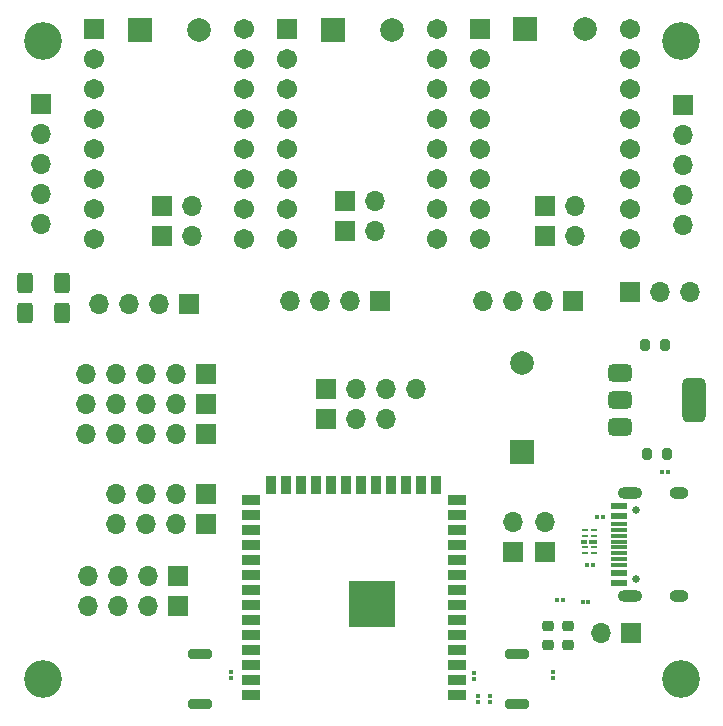
<source format=gbr>
%TF.GenerationSoftware,KiCad,Pcbnew,8.0.3*%
%TF.CreationDate,2024-09-17T15:24:25+02:00*%
%TF.ProjectId,PCB,5043422e-6b69-4636-9164-5f7063625858,rev?*%
%TF.SameCoordinates,Original*%
%TF.FileFunction,Soldermask,Top*%
%TF.FilePolarity,Negative*%
%FSLAX46Y46*%
G04 Gerber Fmt 4.6, Leading zero omitted, Abs format (unit mm)*
G04 Created by KiCad (PCBNEW 8.0.3) date 2024-09-17 15:24:25*
%MOMM*%
%LPD*%
G01*
G04 APERTURE LIST*
G04 Aperture macros list*
%AMRoundRect*
0 Rectangle with rounded corners*
0 $1 Rounding radius*
0 $2 $3 $4 $5 $6 $7 $8 $9 X,Y pos of 4 corners*
0 Add a 4 corners polygon primitive as box body*
4,1,4,$2,$3,$4,$5,$6,$7,$8,$9,$2,$3,0*
0 Add four circle primitives for the rounded corners*
1,1,$1+$1,$2,$3*
1,1,$1+$1,$4,$5*
1,1,$1+$1,$6,$7*
1,1,$1+$1,$8,$9*
0 Add four rect primitives between the rounded corners*
20,1,$1+$1,$2,$3,$4,$5,0*
20,1,$1+$1,$4,$5,$6,$7,0*
20,1,$1+$1,$6,$7,$8,$9,0*
20,1,$1+$1,$8,$9,$2,$3,0*%
G04 Aperture macros list end*
%ADD10R,2.000000X2.000000*%
%ADD11C,2.000000*%
%ADD12R,1.700000X1.700000*%
%ADD13O,1.700000X1.700000*%
%ADD14RoundRect,0.075000X-0.125000X-0.075000X0.125000X-0.075000X0.125000X0.075000X-0.125000X0.075000X0*%
%ADD15RoundRect,0.102000X-0.754000X-0.754000X0.754000X-0.754000X0.754000X0.754000X-0.754000X0.754000X0*%
%ADD16C,1.712000*%
%ADD17RoundRect,0.075000X0.125000X0.075000X-0.125000X0.075000X-0.125000X-0.075000X0.125000X-0.075000X0*%
%ADD18RoundRect,0.250000X-0.400000X-0.625000X0.400000X-0.625000X0.400000X0.625000X-0.400000X0.625000X0*%
%ADD19RoundRect,0.075000X-0.075000X0.125000X-0.075000X-0.125000X0.075000X-0.125000X0.075000X0.125000X0*%
%ADD20RoundRect,0.200000X0.200000X0.275000X-0.200000X0.275000X-0.200000X-0.275000X0.200000X-0.275000X0*%
%ADD21C,3.200000*%
%ADD22RoundRect,0.375000X-0.625000X-0.375000X0.625000X-0.375000X0.625000X0.375000X-0.625000X0.375000X0*%
%ADD23RoundRect,0.500000X-0.500000X-1.400000X0.500000X-1.400000X0.500000X1.400000X-0.500000X1.400000X0*%
%ADD24RoundRect,0.075000X0.075000X-0.125000X0.075000X0.125000X-0.075000X0.125000X-0.075000X-0.125000X0*%
%ADD25R,0.625000X0.250000*%
%ADD26R,0.700000X0.450000*%
%ADD27R,0.575000X0.450000*%
%ADD28C,0.650000*%
%ADD29R,1.450000X0.600000*%
%ADD30R,1.450000X0.300000*%
%ADD31O,2.100000X1.000000*%
%ADD32O,1.600000X1.000000*%
%ADD33RoundRect,0.200000X0.800000X-0.200000X0.800000X0.200000X-0.800000X0.200000X-0.800000X-0.200000X0*%
%ADD34RoundRect,0.218750X-0.256250X0.218750X-0.256250X-0.218750X0.256250X-0.218750X0.256250X0.218750X0*%
%ADD35R,1.500000X0.900000*%
%ADD36R,0.900000X1.500000*%
%ADD37C,0.600000*%
%ADD38R,3.900000X3.900000*%
G04 APERTURE END LIST*
D10*
%TO.C,BZ1*%
X153710000Y-110780000D03*
D11*
X153710000Y-103180000D03*
%TD*%
D12*
%TO.C,UART1*%
X124600000Y-121260000D03*
D13*
X122060000Y-121260000D03*
X119520000Y-121260000D03*
X116980000Y-121260000D03*
%TD*%
D12*
%TO.C,JP1*%
X123225000Y-92500000D03*
D13*
X125765000Y-92500000D03*
%TD*%
D12*
%TO.C,J3*%
X158080000Y-97980000D03*
D13*
X155540000Y-97980000D03*
X153000000Y-97980000D03*
X150460000Y-97980000D03*
%TD*%
D12*
%TO.C,J4*%
X137160000Y-105410000D03*
D13*
X139700000Y-105410000D03*
X142240000Y-105410000D03*
X144780000Y-105410000D03*
%TD*%
D14*
%TO.C,R5*%
X156725000Y-123250000D03*
X157225000Y-123250000D03*
%TD*%
D12*
%TO.C,JP5*%
X155725000Y-92500000D03*
D13*
X158265000Y-92500000D03*
%TD*%
D15*
%TO.C,U5*%
X150160000Y-74900000D03*
D16*
X150160000Y-77440000D03*
X150160000Y-79980000D03*
X150160000Y-82520000D03*
X150160000Y-85060000D03*
X150160000Y-87600000D03*
X150160000Y-90140000D03*
X150160000Y-92680000D03*
X162860000Y-74900000D03*
X162860000Y-77440000D03*
X162860000Y-79980000D03*
X162860000Y-82520000D03*
X162860000Y-85060000D03*
X162860000Y-87600000D03*
X162860000Y-90140000D03*
X162860000Y-92680000D03*
%TD*%
D10*
%TO.C,C6*%
X137732323Y-75000000D03*
D11*
X142732323Y-75000000D03*
%TD*%
D12*
%TO.C,J6*%
X162985000Y-126080000D03*
D13*
X160445000Y-126080000D03*
%TD*%
D12*
%TO.C,TOF2*%
X127000000Y-106680000D03*
D13*
X124460000Y-106680000D03*
X121920000Y-106680000D03*
X119380000Y-106680000D03*
X116840000Y-106680000D03*
%TD*%
D17*
%TO.C,R2*%
X160610000Y-116280000D03*
X160110000Y-116280000D03*
%TD*%
D18*
%TO.C,JP8*%
X111650000Y-96400000D03*
X114750000Y-96400000D03*
%TD*%
D19*
%TO.C,C10*%
X150019000Y-131390000D03*
X150019000Y-131890000D03*
%TD*%
D12*
%TO.C,JP3*%
X138725000Y-92000000D03*
D13*
X141265000Y-92000000D03*
%TD*%
D19*
%TO.C,C9*%
X151035000Y-131390000D03*
X151035000Y-131890000D03*
%TD*%
D12*
%TO.C,J12*%
X162860000Y-97200000D03*
D13*
X165400000Y-97200000D03*
X167940000Y-97200000D03*
%TD*%
D14*
%TO.C,R4*%
X158860000Y-123480000D03*
X159360000Y-123480000D03*
%TD*%
D10*
%TO.C,C3*%
X121382323Y-75000000D03*
D11*
X126382323Y-75000000D03*
%TD*%
D12*
%TO.C,J8*%
X125580000Y-98230000D03*
D13*
X123040000Y-98230000D03*
X120500000Y-98230000D03*
X117960000Y-98230000D03*
%TD*%
D12*
%TO.C,J10*%
X167400000Y-81400000D03*
D13*
X167400000Y-83940000D03*
X167400000Y-86480000D03*
X167400000Y-89020000D03*
X167400000Y-91560000D03*
%TD*%
D12*
%TO.C,TOF1*%
X127000000Y-104140000D03*
D13*
X124460000Y-104140000D03*
X121920000Y-104140000D03*
X119380000Y-104140000D03*
X116840000Y-104140000D03*
%TD*%
D20*
%TO.C,C5*%
X165985000Y-110880000D03*
X164335000Y-110880000D03*
%TD*%
D21*
%TO.C,H4*%
X167210000Y-129980000D03*
%TD*%
D12*
%TO.C,J11*%
X113000000Y-81280000D03*
D13*
X113000000Y-83820000D03*
X113000000Y-86360000D03*
X113000000Y-88900000D03*
X113000000Y-91440000D03*
%TD*%
D19*
%TO.C,C2*%
X156369000Y-129362000D03*
X156369000Y-129862000D03*
%TD*%
D12*
%TO.C,TOF3*%
X127000000Y-109220000D03*
D13*
X124460000Y-109220000D03*
X121920000Y-109220000D03*
X119380000Y-109220000D03*
X116840000Y-109220000D03*
%TD*%
D21*
%TO.C,H2*%
X167210000Y-75980000D03*
%TD*%
D22*
%TO.C,U4*%
X162010000Y-104030000D03*
X162010000Y-106330000D03*
D23*
X168310000Y-106330000D03*
D22*
X162010000Y-108630000D03*
%TD*%
D24*
%TO.C,C1*%
X129060000Y-129866000D03*
X129060000Y-129366000D03*
%TD*%
D12*
%TO.C,SCREEN*%
X127000000Y-114300000D03*
D13*
X124460000Y-114300000D03*
X121920000Y-114300000D03*
X119380000Y-114300000D03*
%TD*%
D15*
%TO.C,U2*%
X133835000Y-74900000D03*
D16*
X133835000Y-77440000D03*
X133835000Y-79980000D03*
X133835000Y-82520000D03*
X133835000Y-85060000D03*
X133835000Y-87600000D03*
X133835000Y-90140000D03*
X133835000Y-92680000D03*
X146535000Y-74900000D03*
X146535000Y-77440000D03*
X146535000Y-79980000D03*
X146535000Y-82520000D03*
X146535000Y-85060000D03*
X146535000Y-87600000D03*
X146535000Y-90140000D03*
X146535000Y-92680000D03*
%TD*%
D12*
%TO.C,JP4*%
X138725000Y-89460000D03*
D13*
X141265000Y-89460000D03*
%TD*%
D21*
%TO.C,H3*%
X113210000Y-129980000D03*
%TD*%
D18*
%TO.C,JP7*%
X111650000Y-99000000D03*
X114750000Y-99000000D03*
%TD*%
D25*
%TO.C,U3*%
X159810000Y-119330000D03*
X159810000Y-118830000D03*
D26*
X159772500Y-118330000D03*
D25*
X159810000Y-117830000D03*
X159810000Y-117330000D03*
X159035000Y-117330000D03*
X159035000Y-117830000D03*
D27*
X159010000Y-118330000D03*
D25*
X159035000Y-118830000D03*
X159035000Y-119330000D03*
%TD*%
D28*
%TO.C,J1*%
X163410000Y-121470000D03*
X163410000Y-115690000D03*
D29*
X161965000Y-121830000D03*
X161965000Y-121030000D03*
D30*
X161965000Y-119830000D03*
X161965000Y-118830000D03*
X161965000Y-118330000D03*
X161965000Y-117330000D03*
D29*
X161965000Y-116130000D03*
X161965000Y-115330000D03*
X161965000Y-115330000D03*
X161965000Y-116130000D03*
D30*
X161965000Y-116830000D03*
X161965000Y-117830000D03*
X161965000Y-119330000D03*
X161965000Y-120330000D03*
D29*
X161965000Y-121030000D03*
X161965000Y-121830000D03*
D31*
X162880000Y-122900000D03*
D32*
X167060000Y-122900000D03*
D31*
X162880000Y-114260000D03*
D32*
X167060000Y-114260000D03*
%TD*%
D10*
%TO.C,C8*%
X154032323Y-74900000D03*
D11*
X159032323Y-74900000D03*
%TD*%
D12*
%TO.C,UART0*%
X124600000Y-123800000D03*
D13*
X122060000Y-123800000D03*
X119520000Y-123800000D03*
X116980000Y-123800000D03*
%TD*%
D14*
%TO.C,C4*%
X165623000Y-112467000D03*
X166123000Y-112467000D03*
%TD*%
D12*
%TO.C,J9*%
X137160000Y-107950000D03*
D13*
X139700000Y-107950000D03*
X142240000Y-107950000D03*
%TD*%
D33*
%TO.C,SW1*%
X126460000Y-132080000D03*
X126460000Y-127880000D03*
%TD*%
D24*
%TO.C,R1*%
X149710000Y-129955000D03*
X149710000Y-129455000D03*
%TD*%
D20*
%TO.C,C7*%
X165835000Y-101680000D03*
X164185000Y-101680000D03*
%TD*%
D34*
%TO.C,D1*%
X157660000Y-125492500D03*
X157660000Y-127067500D03*
%TD*%
D12*
%TO.C,JP6*%
X155725000Y-89960000D03*
D13*
X158265000Y-89960000D03*
%TD*%
D33*
%TO.C,SW2*%
X153310000Y-132080000D03*
X153310000Y-127880000D03*
%TD*%
D35*
%TO.C,U6*%
X148260000Y-131300000D03*
X148260000Y-130030000D03*
X148260000Y-128760000D03*
X148260000Y-127490000D03*
X148260000Y-126220000D03*
X148260000Y-124950000D03*
X148260000Y-123680000D03*
X148260000Y-122410000D03*
X148260000Y-121140000D03*
X148260000Y-119870000D03*
X148260000Y-118600000D03*
X148260000Y-117330000D03*
X148260000Y-116060000D03*
X148260000Y-114790000D03*
D36*
X146495000Y-113540000D03*
X145225000Y-113540000D03*
X143955000Y-113540000D03*
X142685000Y-113540000D03*
X141415000Y-113540000D03*
X140145000Y-113540000D03*
X138875000Y-113540000D03*
X137605000Y-113540000D03*
X136335000Y-113540000D03*
X135065000Y-113540000D03*
X133795000Y-113540000D03*
X132525000Y-113540000D03*
D35*
X130760000Y-114790000D03*
X130760000Y-116060000D03*
X130760000Y-117330000D03*
X130760000Y-118600000D03*
X130760000Y-119870000D03*
X130760000Y-121140000D03*
X130760000Y-122410000D03*
X130760000Y-123680000D03*
X130760000Y-124950000D03*
X130760000Y-126220000D03*
X130760000Y-127490000D03*
X130760000Y-128760000D03*
X130760000Y-130030000D03*
X130760000Y-131300000D03*
D37*
X142410000Y-124280000D03*
X142410000Y-122880000D03*
X141710000Y-124980000D03*
X141710000Y-123580000D03*
X141710000Y-122180000D03*
X141010000Y-124280000D03*
D38*
X141010000Y-123580000D03*
D37*
X141010000Y-122880000D03*
X140310000Y-124980000D03*
X140310000Y-123580000D03*
X140310000Y-122180000D03*
X139610000Y-124280000D03*
X139610000Y-122880000D03*
%TD*%
D12*
%TO.C,ADD*%
X127000000Y-116840000D03*
D13*
X124460000Y-116840000D03*
X121920000Y-116840000D03*
X119380000Y-116840000D03*
%TD*%
D12*
%TO.C,JP2*%
X123225000Y-89960000D03*
D13*
X125765000Y-89960000D03*
%TD*%
D15*
%TO.C,U1*%
X117510000Y-74900000D03*
D16*
X117510000Y-77440000D03*
X117510000Y-79980000D03*
X117510000Y-82520000D03*
X117510000Y-85060000D03*
X117510000Y-87600000D03*
X117510000Y-90140000D03*
X117510000Y-92680000D03*
X130210000Y-74900000D03*
X130210000Y-77440000D03*
X130210000Y-79980000D03*
X130210000Y-82520000D03*
X130210000Y-85060000D03*
X130210000Y-87600000D03*
X130210000Y-90140000D03*
X130210000Y-92680000D03*
%TD*%
D12*
%TO.C,J2*%
X141710000Y-97980000D03*
D13*
X139170000Y-97980000D03*
X136630000Y-97980000D03*
X134090000Y-97980000D03*
%TD*%
D21*
%TO.C,H1*%
X113210000Y-75980000D03*
%TD*%
D12*
%TO.C,J5*%
X152940000Y-119255000D03*
D13*
X152940000Y-116715000D03*
%TD*%
D12*
%TO.C,J7*%
X155710000Y-119255000D03*
D13*
X155710000Y-116715000D03*
%TD*%
D34*
%TO.C,D2*%
X155910000Y-125492500D03*
X155910000Y-127067500D03*
%TD*%
D17*
%TO.C,R3*%
X159760000Y-120280000D03*
X159260000Y-120280000D03*
%TD*%
M02*

</source>
